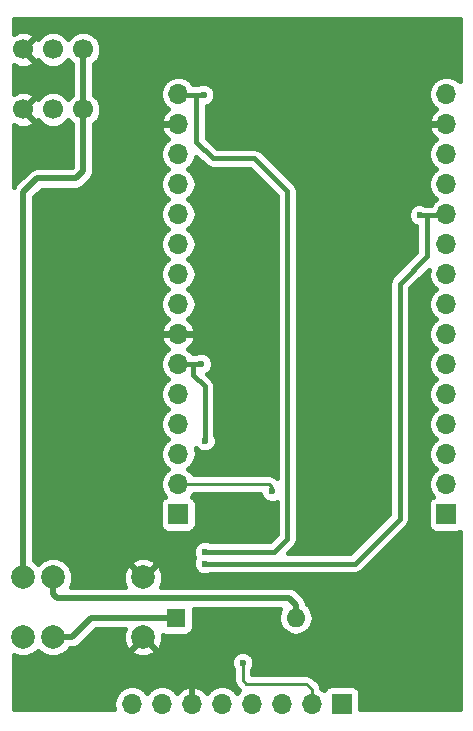
<source format=gbl>
G04 #@! TF.FileFunction,Copper,L2,Bot,Signal*
%FSLAX46Y46*%
G04 Gerber Fmt 4.6, Leading zero omitted, Abs format (unit mm)*
G04 Created by KiCad (PCBNEW 4.0.6) date 01/20/18 13:59:34*
%MOMM*%
%LPD*%
G01*
G04 APERTURE LIST*
%ADD10C,0.100000*%
%ADD11R,1.600000X1.600000*%
%ADD12O,1.600000X1.600000*%
%ADD13C,1.700000*%
%ADD14C,2.000000*%
%ADD15R,1.700000X1.700000*%
%ADD16O,1.700000X1.700000*%
%ADD17C,0.600000*%
%ADD18C,0.254000*%
%ADD19C,0.508000*%
%ADD20C,0.381000*%
G04 APERTURE END LIST*
D10*
D11*
X14490000Y-51450000D03*
D12*
X24650000Y-51450000D03*
D13*
X6650000Y-8400000D03*
X4110000Y-8400000D03*
X1570000Y-8400000D03*
X4110000Y-3320000D03*
X6650000Y-3320000D03*
X1570000Y-3320000D03*
D14*
X1570000Y-53090000D03*
X1570000Y-48010000D03*
X4110000Y-53090000D03*
X4110000Y-48010000D03*
X11730000Y-53090000D03*
X11730000Y-48010000D03*
D15*
X28541100Y-58703600D03*
D16*
X26001100Y-58703600D03*
X23461100Y-58703600D03*
X20921100Y-58703600D03*
X18381100Y-58703600D03*
X15841100Y-58703600D03*
X13301100Y-58703600D03*
X10761100Y-58703600D03*
X14700000Y-7110000D03*
X14700000Y-9650000D03*
X14700000Y-12190000D03*
X14700000Y-14730000D03*
X14700000Y-17270000D03*
X14700000Y-19810000D03*
X14700000Y-22350000D03*
X14700000Y-24890000D03*
X14700000Y-27430000D03*
X14700000Y-29970000D03*
X14700000Y-32510000D03*
X14700000Y-35050000D03*
X14700000Y-37590000D03*
X14700000Y-40130000D03*
D15*
X14700000Y-42670000D03*
X37400000Y-42670000D03*
D16*
X37400000Y-40130000D03*
X37400000Y-37590000D03*
X37400000Y-35050000D03*
X37400000Y-32510000D03*
X37400000Y-29970000D03*
X37400000Y-27430000D03*
X37400000Y-24890000D03*
X37400000Y-22350000D03*
X37400000Y-19810000D03*
X37400000Y-17270000D03*
X37400000Y-14730000D03*
X37400000Y-12190000D03*
X37400000Y-9650000D03*
X37400000Y-7110000D03*
D17*
X37800000Y-52200000D03*
X36200000Y-51900000D03*
X37950000Y-50300000D03*
X36800000Y-48300000D03*
X34500000Y-46850000D03*
X26750000Y-45050000D03*
X29600000Y-44750000D03*
X31550000Y-42850000D03*
X28000000Y-43100000D03*
X25100000Y-42850000D03*
X25150000Y-40850000D03*
X28050000Y-40950000D03*
X31900000Y-40850000D03*
X31900000Y-38350000D03*
X27950000Y-38350000D03*
X25400000Y-38250000D03*
X25300000Y-35700000D03*
X28000000Y-35600000D03*
X31800000Y-35700000D03*
X31800000Y-33300000D03*
X28200000Y-33300000D03*
X25550000Y-33200000D03*
X25400000Y-30350000D03*
X28050000Y-30400000D03*
X31400000Y-30400000D03*
X31300000Y-26950000D03*
X28000000Y-26800000D03*
X25550000Y-26800000D03*
X27900000Y-24600000D03*
X25550000Y-24500000D03*
X25600000Y-22950000D03*
X28550000Y-22700000D03*
X31550000Y-24250000D03*
X29750000Y-20500000D03*
X27850000Y-20500000D03*
X26050000Y-20650000D03*
X26150000Y-18500000D03*
X28650000Y-18150000D03*
X31550000Y-18000000D03*
X30500000Y-16100000D03*
X28100000Y-16250000D03*
X25950000Y-16150000D03*
X32550000Y-13500000D03*
X27900000Y-13800000D03*
X25850000Y-13850000D03*
X34850000Y-11850000D03*
X32450000Y-12000000D03*
X29250000Y-11900000D03*
X25950000Y-11750000D03*
X22850000Y-11700000D03*
X22950000Y-9650000D03*
X26150000Y-9500000D03*
X29900000Y-9350000D03*
X32950000Y-9350000D03*
X33050000Y-6800000D03*
X30550000Y-6850000D03*
X27250000Y-6750000D03*
X23700000Y-6750000D03*
X20400000Y-9900000D03*
X20650000Y-6750000D03*
X35150000Y-4550000D03*
X32000000Y-4600000D03*
X29050000Y-4600000D03*
X25600000Y-4600000D03*
X22000000Y-4600000D03*
X18300000Y-4600000D03*
X14950000Y-4500000D03*
X37650000Y-45300000D03*
X35000000Y-44350000D03*
X33250000Y-45400000D03*
X34950000Y-40600000D03*
X35050000Y-37500000D03*
X34950000Y-34700000D03*
X34950000Y-31200000D03*
X34950000Y-28600000D03*
X35000000Y-26300000D03*
X35050000Y-24050000D03*
X31550000Y-22400000D03*
X31550000Y-19750000D03*
X31550000Y-14800000D03*
X34600000Y-14500000D03*
X35000000Y-9550000D03*
X35000000Y-6350000D03*
X38000000Y-4300000D03*
X37950000Y-2500000D03*
X35150000Y-2500000D03*
X32000000Y-2500000D03*
X29100000Y-2500000D03*
X25650000Y-2500000D03*
X22050000Y-2500000D03*
X18400000Y-2450000D03*
X14950000Y-2450000D03*
X6800000Y-20450000D03*
X4700000Y-20400000D03*
X2700000Y-20450000D03*
X2800000Y-18400000D03*
X4400000Y-16750000D03*
X2900000Y-15750000D03*
X1600000Y-12850000D03*
X1700000Y-10500000D03*
X5350000Y-11850000D03*
X8650000Y-11700000D03*
X11700000Y-6700000D03*
X11800000Y-2450000D03*
X25100000Y-53300000D03*
X23200000Y-53450000D03*
X23200000Y-54700000D03*
X16700000Y-18300000D03*
X18900000Y-18350000D03*
X18950000Y-21100000D03*
X16750000Y-20950000D03*
X16750000Y-23750000D03*
X18500000Y-23750000D03*
X18550000Y-25850000D03*
X16750000Y-26050000D03*
X16700000Y-27500000D03*
X19000000Y-56500000D03*
X18500000Y-55050000D03*
X17150000Y-56650000D03*
X15300000Y-56650000D03*
X16350000Y-53300000D03*
X14500000Y-53700000D03*
X26200000Y-49650000D03*
X28000000Y-49650000D03*
X30850000Y-51000000D03*
X30850000Y-49850000D03*
X25150000Y-48850000D03*
X19300000Y-48350000D03*
X15900000Y-48400000D03*
X14400000Y-47650000D03*
X9300000Y-48600000D03*
X9000000Y-47350000D03*
X10500000Y-39400000D03*
X5500000Y-39400000D03*
X9350000Y-39400000D03*
X2950000Y-35000000D03*
X12750000Y-30900000D03*
X9450000Y-30900000D03*
X5400000Y-30850000D03*
X5150000Y-29500000D03*
X11950000Y-9400000D03*
X11900000Y-14400000D03*
X9300000Y-15700000D03*
X11850000Y-17450000D03*
X12300000Y-21400000D03*
X12200000Y-24750000D03*
X2850000Y-25050000D03*
X4500000Y-25250000D03*
X6400000Y-25250000D03*
X7950000Y-25250000D03*
X9800000Y-25200000D03*
X3500000Y-44950000D03*
X5150000Y-43850000D03*
X6200000Y-45300000D03*
X5050000Y-44600000D03*
X3550000Y-58600000D03*
X3550000Y-56750000D03*
X3550000Y-57750000D03*
X3550000Y-55850000D03*
X6950000Y-53750000D03*
X8150000Y-53650000D03*
X35150000Y-17350000D03*
X16950000Y-36450000D03*
X16950000Y-46850000D03*
X16950000Y-45850000D03*
X16650000Y-29950000D03*
X16850000Y-7150000D03*
X20150000Y-55250000D03*
X22650000Y-40750000D03*
D18*
X37950000Y-50300000D02*
X37800000Y-50300000D01*
X37800000Y-50300000D02*
X36200000Y-51900000D01*
X34500000Y-46850000D02*
X35950000Y-48300000D01*
X35950000Y-48300000D02*
X36800000Y-48300000D01*
X31550000Y-42850000D02*
X29650000Y-44750000D01*
X29650000Y-44750000D02*
X29600000Y-44750000D01*
X25100000Y-42850000D02*
X27750000Y-42850000D01*
X27750000Y-42850000D02*
X28000000Y-43100000D01*
X28050000Y-40950000D02*
X25250000Y-40950000D01*
X25250000Y-40950000D02*
X25150000Y-40850000D01*
X31900000Y-38350000D02*
X31900000Y-40850000D01*
X25400000Y-38250000D02*
X27850000Y-38250000D01*
X27850000Y-38250000D02*
X27950000Y-38350000D01*
X28000000Y-35600000D02*
X25400000Y-35600000D01*
X25400000Y-35600000D02*
X25300000Y-35700000D01*
X31800000Y-33300000D02*
X31800000Y-35700000D01*
X25550000Y-33200000D02*
X28100000Y-33200000D01*
X28100000Y-33200000D02*
X28200000Y-33300000D01*
X28050000Y-30400000D02*
X25450000Y-30400000D01*
X25450000Y-30400000D02*
X25400000Y-30350000D01*
X31300000Y-26950000D02*
X31300000Y-30300000D01*
X31300000Y-30300000D02*
X31400000Y-30400000D01*
X25550000Y-26800000D02*
X28000000Y-26800000D01*
X25550000Y-24500000D02*
X27800000Y-24500000D01*
X27800000Y-24500000D02*
X27900000Y-24600000D01*
X28550000Y-22700000D02*
X25850000Y-22700000D01*
X25850000Y-22700000D02*
X25600000Y-22950000D01*
X29750000Y-20500000D02*
X29750000Y-22450000D01*
X29750000Y-22450000D02*
X31550000Y-24250000D01*
X26050000Y-20650000D02*
X27700000Y-20650000D01*
X27700000Y-20650000D02*
X27850000Y-20500000D01*
X28650000Y-18150000D02*
X28300000Y-18500000D01*
X28300000Y-18500000D02*
X26150000Y-18500000D01*
X28100000Y-16250000D02*
X30350000Y-16250000D01*
X30350000Y-16250000D02*
X30500000Y-16100000D01*
X25850000Y-13850000D02*
X25850000Y-16050000D01*
X25850000Y-16050000D02*
X25950000Y-16150000D01*
X25850000Y-13850000D02*
X27850000Y-13850000D01*
X27850000Y-13850000D02*
X27900000Y-13800000D01*
X32450000Y-12000000D02*
X34700000Y-12000000D01*
X34700000Y-12000000D02*
X34850000Y-11850000D01*
X25950000Y-11750000D02*
X29100000Y-11750000D01*
X29100000Y-11750000D02*
X29250000Y-11900000D01*
X22950000Y-9650000D02*
X22950000Y-11600000D01*
X22950000Y-11600000D02*
X22850000Y-11700000D01*
X29900000Y-9350000D02*
X26300000Y-9350000D01*
X26300000Y-9350000D02*
X26150000Y-9500000D01*
X33050000Y-6800000D02*
X33050000Y-9250000D01*
X33050000Y-9250000D02*
X32950000Y-9350000D01*
X27250000Y-6750000D02*
X30450000Y-6750000D01*
X30450000Y-6750000D02*
X30550000Y-6850000D01*
X20650000Y-6750000D02*
X23700000Y-6750000D01*
X22000000Y-4600000D02*
X22000000Y-5400000D01*
X22000000Y-5400000D02*
X20650000Y-6750000D01*
X29050000Y-4600000D02*
X32000000Y-4600000D01*
X22000000Y-4600000D02*
X25600000Y-4600000D01*
X14950000Y-4500000D02*
X18200000Y-4500000D01*
X18200000Y-4500000D02*
X18300000Y-4600000D01*
X35000000Y-44350000D02*
X36700000Y-44350000D01*
X36700000Y-44350000D02*
X37650000Y-45300000D01*
X34950000Y-44000000D02*
X33550000Y-45400000D01*
X33550000Y-45400000D02*
X33250000Y-45400000D01*
X34950000Y-40600000D02*
X34950000Y-44000000D01*
X34950000Y-34700000D02*
X34950000Y-37400000D01*
X34950000Y-37400000D02*
X35050000Y-37500000D01*
X34950000Y-28600000D02*
X34950000Y-31200000D01*
X35050000Y-24050000D02*
X35050000Y-26250000D01*
X35050000Y-26250000D02*
X35000000Y-26300000D01*
X31550000Y-19750000D02*
X31550000Y-22400000D01*
X34600000Y-14500000D02*
X34300000Y-14800000D01*
X34300000Y-14800000D02*
X31550000Y-14800000D01*
X35000000Y-6350000D02*
X35000000Y-9550000D01*
X38000000Y-2974264D02*
X38000000Y-4300000D01*
X37950000Y-2500000D02*
X37950000Y-2924264D01*
X37950000Y-2924264D02*
X38000000Y-2974264D01*
X32000000Y-2500000D02*
X35150000Y-2500000D01*
X25650000Y-2500000D02*
X29100000Y-2500000D01*
X18400000Y-2450000D02*
X22000000Y-2450000D01*
X22000000Y-2450000D02*
X22050000Y-2500000D01*
X11800000Y-2450000D02*
X14950000Y-2450000D01*
X4700000Y-20400000D02*
X6750000Y-20400000D01*
X6750000Y-20400000D02*
X6800000Y-20450000D01*
X2800000Y-18400000D02*
X2800000Y-20350000D01*
X2800000Y-20350000D02*
X2700000Y-20450000D01*
X3749999Y-16049999D02*
X4400000Y-16700000D01*
X4400000Y-16700000D02*
X4400000Y-16750000D01*
X2900000Y-15750000D02*
X3199999Y-16049999D01*
X3199999Y-16049999D02*
X3749999Y-16049999D01*
X5350000Y-11850000D02*
X4000000Y-10500000D01*
X4000000Y-10500000D02*
X1700000Y-10500000D01*
X11800000Y-2450000D02*
X11800000Y-6600000D01*
X11800000Y-6600000D02*
X11700000Y-6700000D01*
D19*
X4110000Y-53090000D02*
X5710000Y-53090000D01*
X5710000Y-53090000D02*
X7350000Y-51450000D01*
X7350000Y-51450000D02*
X14490000Y-51450000D01*
D18*
X23200000Y-53450000D02*
X24950000Y-53450000D01*
X24950000Y-53450000D02*
X25100000Y-53300000D01*
X18950000Y-21100000D02*
X18950000Y-18400000D01*
X18950000Y-18400000D02*
X18900000Y-18350000D01*
X16750000Y-23750000D02*
X16750000Y-20950000D01*
X18550000Y-25850000D02*
X18550000Y-23800000D01*
X18550000Y-23800000D02*
X18500000Y-23750000D01*
X15900000Y-48400000D02*
X15900000Y-45950000D01*
X16700000Y-27500000D02*
X16700000Y-26100000D01*
X16700000Y-26100000D02*
X16750000Y-26050000D01*
X17150000Y-56650000D02*
X17150000Y-56400000D01*
X17150000Y-56400000D02*
X18500000Y-55050000D01*
X15841100Y-58703600D02*
X15841100Y-57191100D01*
X15841100Y-57191100D02*
X15300000Y-56650000D01*
X13239999Y-54089999D02*
X13629998Y-53700000D01*
X13629998Y-53700000D02*
X14500000Y-53700000D01*
X11730000Y-53090000D02*
X12729999Y-54089999D01*
X12729999Y-54089999D02*
X13239999Y-54089999D01*
X28000000Y-49650000D02*
X26200000Y-49650000D01*
X30850000Y-49850000D02*
X30850000Y-51000000D01*
X19300000Y-48350000D02*
X24650000Y-48350000D01*
X24650000Y-48350000D02*
X25150000Y-48850000D01*
X15900000Y-48400000D02*
X19250000Y-48400000D01*
X19250000Y-48400000D02*
X19300000Y-48350000D01*
X13500000Y-46750000D02*
X14400000Y-47650000D01*
X13000000Y-46750000D02*
X13500000Y-46750000D01*
X12739999Y-47010001D02*
X13000000Y-46750000D01*
X11730000Y-48010000D02*
X12729999Y-47010001D01*
X12729999Y-47010001D02*
X12739999Y-47010001D01*
X10800000Y-47050000D02*
X9300000Y-47050000D01*
X9300000Y-47050000D02*
X9000000Y-47350000D01*
X11730000Y-47980000D02*
X10800000Y-47050000D01*
X11730000Y-48010000D02*
X11730000Y-47980000D01*
X9350000Y-39400000D02*
X5500000Y-39400000D01*
X9450000Y-30900000D02*
X12750000Y-30900000D01*
X5150000Y-29500000D02*
X5150000Y-30600000D01*
X5150000Y-30600000D02*
X5400000Y-30850000D01*
X9300000Y-15700000D02*
X10600000Y-14400000D01*
X10600000Y-14400000D02*
X11900000Y-14400000D01*
X12300000Y-21400000D02*
X11850000Y-20950000D01*
X11850000Y-20950000D02*
X11850000Y-17450000D01*
X9800000Y-25200000D02*
X11750000Y-25200000D01*
X11750000Y-25200000D02*
X12200000Y-24750000D01*
X6400000Y-25250000D02*
X4500000Y-25250000D01*
X9800000Y-25200000D02*
X8000000Y-25200000D01*
X8000000Y-25200000D02*
X7950000Y-25250000D01*
X3500000Y-45092000D02*
X4558000Y-45092000D01*
X4558000Y-45092000D02*
X5050000Y-44600000D01*
X5050000Y-44600000D02*
X5050000Y-43950000D01*
X5050000Y-43950000D02*
X5150000Y-43850000D01*
X3550000Y-56750000D02*
X3550000Y-57750000D01*
X3550000Y-55850000D02*
X3550000Y-56750000D01*
D19*
X8150000Y-53650000D02*
X7050000Y-53650000D01*
X7050000Y-53650000D02*
X6950000Y-53750000D01*
D20*
X35150000Y-17350000D02*
X35750000Y-17350000D01*
X35750000Y-17350000D02*
X35850000Y-17350000D01*
X33450000Y-23150000D02*
X35750000Y-20850000D01*
X35750000Y-20850000D02*
X35750000Y-17350000D01*
X33450000Y-43050000D02*
X33450000Y-23150000D01*
X29650000Y-46850000D02*
X33450000Y-43050000D01*
X16950000Y-46850000D02*
X29650000Y-46850000D01*
X35850000Y-17350000D02*
X37320000Y-17350000D01*
X37320000Y-17350000D02*
X37400000Y-17270000D01*
X16850000Y-7150000D02*
X16250000Y-7150000D01*
X22850000Y-45850000D02*
X23950000Y-44750000D01*
X16250000Y-7150000D02*
X14740000Y-7150000D01*
X16950000Y-45850000D02*
X22850000Y-45850000D01*
X23950000Y-44750000D02*
X23950000Y-15350000D01*
X23950000Y-15350000D02*
X21150000Y-12550000D01*
X21150000Y-12550000D02*
X17650000Y-12550000D01*
X17650000Y-12550000D02*
X16250000Y-11150000D01*
X16250000Y-11150000D02*
X16250000Y-7150000D01*
X16650000Y-29950000D02*
X15950000Y-29950000D01*
X15950000Y-29950000D02*
X14720000Y-29950000D01*
X16950000Y-36450000D02*
X16950000Y-31850000D01*
X16950000Y-31850000D02*
X15950000Y-30850000D01*
X15950000Y-30850000D02*
X15950000Y-29950000D01*
X14720000Y-29950000D02*
X14700000Y-29970000D01*
X37380000Y-17250000D02*
X37400000Y-17270000D01*
X14740000Y-7150000D02*
X14700000Y-7110000D01*
D19*
X24650000Y-51450000D02*
X24650000Y-50318630D01*
X24650000Y-50318630D02*
X24081370Y-49750000D01*
X24081370Y-49750000D02*
X4435787Y-49750000D01*
X4110000Y-48010000D02*
X4110000Y-49424213D01*
X4110000Y-49424213D02*
X4435787Y-49750000D01*
X6650000Y-8400000D02*
X6650000Y-3320000D01*
X6050000Y-14250000D02*
X6650000Y-13650000D01*
X6650000Y-13650000D02*
X6650000Y-8400000D01*
X2750000Y-14250000D02*
X6050000Y-14250000D01*
X1570000Y-15430000D02*
X2750000Y-14250000D01*
X1570000Y-48010000D02*
X1570000Y-15430000D01*
D18*
X20450000Y-57050000D02*
X20150000Y-56750000D01*
X20150000Y-56750000D02*
X20150000Y-55250000D01*
X25549581Y-57050000D02*
X20450000Y-57050000D01*
X26001100Y-58703600D02*
X26001100Y-57501519D01*
X26001100Y-57501519D02*
X25549581Y-57050000D01*
X22650000Y-40350000D02*
X22650000Y-40750000D01*
X22430000Y-40130000D02*
X22650000Y-40350000D01*
X16730000Y-40130000D02*
X22430000Y-40130000D01*
X15902081Y-40130000D02*
X16730000Y-40130000D01*
X14700000Y-40130000D02*
X15902081Y-40130000D01*
D20*
G36*
X38526500Y-6016853D02*
X38525292Y-6015045D01*
X38022922Y-5679373D01*
X37430337Y-5561500D01*
X37369663Y-5561500D01*
X36777078Y-5679373D01*
X36274708Y-6015045D01*
X35939036Y-6517415D01*
X35821163Y-7110000D01*
X35939036Y-7702585D01*
X36274708Y-8204955D01*
X36527553Y-8373900D01*
X36110962Y-8791950D01*
X35881785Y-9345247D01*
X36027593Y-9586500D01*
X37336500Y-9586500D01*
X37336500Y-9566500D01*
X37463500Y-9566500D01*
X37463500Y-9586500D01*
X37483500Y-9586500D01*
X37483500Y-9713500D01*
X37463500Y-9713500D01*
X37463500Y-9733500D01*
X37336500Y-9733500D01*
X37336500Y-9713500D01*
X36027593Y-9713500D01*
X35881785Y-9954753D01*
X36110962Y-10508050D01*
X36527553Y-10926100D01*
X36274708Y-11095045D01*
X35939036Y-11597415D01*
X35821163Y-12190000D01*
X35939036Y-12782585D01*
X36274708Y-13284955D01*
X36536682Y-13460000D01*
X36274708Y-13635045D01*
X35939036Y-14137415D01*
X35821163Y-14730000D01*
X35939036Y-15322585D01*
X36274708Y-15824955D01*
X36536682Y-16000000D01*
X36274708Y-16175045D01*
X36083639Y-16461000D01*
X35612773Y-16461000D01*
X35349485Y-16351673D01*
X34952257Y-16351327D01*
X34585134Y-16503019D01*
X34304006Y-16783657D01*
X34151673Y-17150515D01*
X34151327Y-17547743D01*
X34303019Y-17914866D01*
X34583657Y-18195994D01*
X34861000Y-18311157D01*
X34861000Y-20481764D01*
X32821382Y-22521382D01*
X32628671Y-22809794D01*
X32561000Y-23150000D01*
X32561000Y-42681764D01*
X29281764Y-45961000D01*
X23996236Y-45961000D01*
X24578618Y-45378618D01*
X24683680Y-45221382D01*
X24771329Y-45090206D01*
X24839000Y-44750000D01*
X24839000Y-15350000D01*
X24771329Y-15009794D01*
X24578618Y-14721382D01*
X21778618Y-11921382D01*
X21490206Y-11728671D01*
X21150000Y-11661000D01*
X18018236Y-11661000D01*
X17139000Y-10781764D01*
X17139000Y-8110966D01*
X17414866Y-7996981D01*
X17695994Y-7716343D01*
X17848327Y-7349485D01*
X17848673Y-6952257D01*
X17696981Y-6585134D01*
X17416343Y-6304006D01*
X17049485Y-6151673D01*
X16652257Y-6151327D01*
X16386828Y-6261000D01*
X15989633Y-6261000D01*
X15825292Y-6015045D01*
X15322922Y-5679373D01*
X14730337Y-5561500D01*
X14669663Y-5561500D01*
X14077078Y-5679373D01*
X13574708Y-6015045D01*
X13239036Y-6517415D01*
X13121163Y-7110000D01*
X13239036Y-7702585D01*
X13574708Y-8204955D01*
X13827553Y-8373900D01*
X13410962Y-8791950D01*
X13181785Y-9345247D01*
X13327593Y-9586500D01*
X14636500Y-9586500D01*
X14636500Y-9566500D01*
X14763500Y-9566500D01*
X14763500Y-9586500D01*
X14783500Y-9586500D01*
X14783500Y-9713500D01*
X14763500Y-9713500D01*
X14763500Y-9733500D01*
X14636500Y-9733500D01*
X14636500Y-9713500D01*
X13327593Y-9713500D01*
X13181785Y-9954753D01*
X13410962Y-10508050D01*
X13827553Y-10926100D01*
X13574708Y-11095045D01*
X13239036Y-11597415D01*
X13121163Y-12190000D01*
X13239036Y-12782585D01*
X13574708Y-13284955D01*
X13836682Y-13460000D01*
X13574708Y-13635045D01*
X13239036Y-14137415D01*
X13121163Y-14730000D01*
X13239036Y-15322585D01*
X13574708Y-15824955D01*
X13836682Y-16000000D01*
X13574708Y-16175045D01*
X13239036Y-16677415D01*
X13121163Y-17270000D01*
X13239036Y-17862585D01*
X13574708Y-18364955D01*
X13836682Y-18540000D01*
X13574708Y-18715045D01*
X13239036Y-19217415D01*
X13121163Y-19810000D01*
X13239036Y-20402585D01*
X13574708Y-20904955D01*
X13836682Y-21080000D01*
X13574708Y-21255045D01*
X13239036Y-21757415D01*
X13121163Y-22350000D01*
X13239036Y-22942585D01*
X13574708Y-23444955D01*
X13836682Y-23620000D01*
X13574708Y-23795045D01*
X13239036Y-24297415D01*
X13121163Y-24890000D01*
X13239036Y-25482585D01*
X13574708Y-25984955D01*
X13827553Y-26153900D01*
X13410962Y-26571950D01*
X13181785Y-27125247D01*
X13327593Y-27366500D01*
X14636500Y-27366500D01*
X14636500Y-27346500D01*
X14763500Y-27346500D01*
X14763500Y-27366500D01*
X16072407Y-27366500D01*
X16218215Y-27125247D01*
X15989038Y-26571950D01*
X15572447Y-26153900D01*
X15825292Y-25984955D01*
X16160964Y-25482585D01*
X16278837Y-24890000D01*
X16160964Y-24297415D01*
X15825292Y-23795045D01*
X15563318Y-23620000D01*
X15825292Y-23444955D01*
X16160964Y-22942585D01*
X16278837Y-22350000D01*
X16160964Y-21757415D01*
X15825292Y-21255045D01*
X15563318Y-21080000D01*
X15825292Y-20904955D01*
X16160964Y-20402585D01*
X16278837Y-19810000D01*
X16160964Y-19217415D01*
X15825292Y-18715045D01*
X15563318Y-18540000D01*
X15825292Y-18364955D01*
X16160964Y-17862585D01*
X16278837Y-17270000D01*
X16160964Y-16677415D01*
X15825292Y-16175045D01*
X15563318Y-16000000D01*
X15825292Y-15824955D01*
X16160964Y-15322585D01*
X16278837Y-14730000D01*
X16160964Y-14137415D01*
X15825292Y-13635045D01*
X15563318Y-13460000D01*
X15825292Y-13284955D01*
X16160964Y-12782585D01*
X16238011Y-12395247D01*
X17021382Y-13178618D01*
X17309794Y-13371329D01*
X17650000Y-13439000D01*
X20781764Y-13439000D01*
X23061000Y-15718236D01*
X23061000Y-39593566D01*
X23013717Y-39546283D01*
X22745906Y-39367337D01*
X22430000Y-39304500D01*
X16005336Y-39304500D01*
X15825292Y-39035045D01*
X15563318Y-38860000D01*
X15825292Y-38684955D01*
X16160964Y-38182585D01*
X16278837Y-37590000D01*
X16179718Y-37091699D01*
X16383657Y-37295994D01*
X16750515Y-37448327D01*
X17147743Y-37448673D01*
X17514866Y-37296981D01*
X17795994Y-37016343D01*
X17948327Y-36649485D01*
X17948673Y-36252257D01*
X17839000Y-35986828D01*
X17839000Y-31850000D01*
X17816921Y-31739000D01*
X17771330Y-31509795D01*
X17578618Y-31221382D01*
X17171950Y-30814714D01*
X17214866Y-30796981D01*
X17495994Y-30516343D01*
X17648327Y-30149485D01*
X17648673Y-29752257D01*
X17496981Y-29385134D01*
X17216343Y-29104006D01*
X16849485Y-28951673D01*
X16452257Y-28951327D01*
X16186828Y-29061000D01*
X15949543Y-29061000D01*
X15825292Y-28875045D01*
X15572447Y-28706100D01*
X15989038Y-28288050D01*
X16218215Y-27734753D01*
X16072407Y-27493500D01*
X14763500Y-27493500D01*
X14763500Y-27513500D01*
X14636500Y-27513500D01*
X14636500Y-27493500D01*
X13327593Y-27493500D01*
X13181785Y-27734753D01*
X13410962Y-28288050D01*
X13827553Y-28706100D01*
X13574708Y-28875045D01*
X13239036Y-29377415D01*
X13121163Y-29970000D01*
X13239036Y-30562585D01*
X13574708Y-31064955D01*
X13836682Y-31240000D01*
X13574708Y-31415045D01*
X13239036Y-31917415D01*
X13121163Y-32510000D01*
X13239036Y-33102585D01*
X13574708Y-33604955D01*
X13836682Y-33780000D01*
X13574708Y-33955045D01*
X13239036Y-34457415D01*
X13121163Y-35050000D01*
X13239036Y-35642585D01*
X13574708Y-36144955D01*
X13836682Y-36320000D01*
X13574708Y-36495045D01*
X13239036Y-36997415D01*
X13121163Y-37590000D01*
X13239036Y-38182585D01*
X13574708Y-38684955D01*
X13836682Y-38860000D01*
X13574708Y-39035045D01*
X13239036Y-39537415D01*
X13121163Y-40130000D01*
X13239036Y-40722585D01*
X13547675Y-41184498D01*
X13353415Y-41309501D01*
X13193926Y-41542921D01*
X13137816Y-41820000D01*
X13137816Y-43520000D01*
X13186522Y-43778849D01*
X13339501Y-44016585D01*
X13572921Y-44176074D01*
X13850000Y-44232184D01*
X15550000Y-44232184D01*
X15808849Y-44183478D01*
X16046585Y-44030499D01*
X16206074Y-43797079D01*
X16262184Y-43520000D01*
X16262184Y-41820000D01*
X16213478Y-41561151D01*
X16060499Y-41323415D01*
X15853849Y-41182217D01*
X16005336Y-40955500D01*
X21654532Y-40955500D01*
X21803019Y-41314866D01*
X22083657Y-41595994D01*
X22450515Y-41748327D01*
X22847743Y-41748673D01*
X23061000Y-41660557D01*
X23061000Y-44381764D01*
X22481764Y-44961000D01*
X17412773Y-44961000D01*
X17149485Y-44851673D01*
X16752257Y-44851327D01*
X16385134Y-45003019D01*
X16104006Y-45283657D01*
X15951673Y-45650515D01*
X15951327Y-46047743D01*
X16076337Y-46350291D01*
X15951673Y-46650515D01*
X15951327Y-47047743D01*
X16103019Y-47414866D01*
X16383657Y-47695994D01*
X16750515Y-47848327D01*
X17147743Y-47848673D01*
X17413172Y-47739000D01*
X29650000Y-47739000D01*
X29990206Y-47671329D01*
X30278618Y-47478618D01*
X34078618Y-43678618D01*
X34271330Y-43390205D01*
X34339000Y-43050000D01*
X34339000Y-23518236D01*
X35899112Y-21958124D01*
X35821163Y-22350000D01*
X35939036Y-22942585D01*
X36274708Y-23444955D01*
X36536682Y-23620000D01*
X36274708Y-23795045D01*
X35939036Y-24297415D01*
X35821163Y-24890000D01*
X35939036Y-25482585D01*
X36274708Y-25984955D01*
X36536682Y-26160000D01*
X36274708Y-26335045D01*
X35939036Y-26837415D01*
X35821163Y-27430000D01*
X35939036Y-28022585D01*
X36274708Y-28524955D01*
X36536682Y-28700000D01*
X36274708Y-28875045D01*
X35939036Y-29377415D01*
X35821163Y-29970000D01*
X35939036Y-30562585D01*
X36274708Y-31064955D01*
X36536682Y-31240000D01*
X36274708Y-31415045D01*
X35939036Y-31917415D01*
X35821163Y-32510000D01*
X35939036Y-33102585D01*
X36274708Y-33604955D01*
X36536682Y-33780000D01*
X36274708Y-33955045D01*
X35939036Y-34457415D01*
X35821163Y-35050000D01*
X35939036Y-35642585D01*
X36274708Y-36144955D01*
X36536682Y-36320000D01*
X36274708Y-36495045D01*
X35939036Y-36997415D01*
X35821163Y-37590000D01*
X35939036Y-38182585D01*
X36274708Y-38684955D01*
X36536682Y-38860000D01*
X36274708Y-39035045D01*
X35939036Y-39537415D01*
X35821163Y-40130000D01*
X35939036Y-40722585D01*
X36247675Y-41184498D01*
X36053415Y-41309501D01*
X35893926Y-41542921D01*
X35837816Y-41820000D01*
X35837816Y-43520000D01*
X35886522Y-43778849D01*
X36039501Y-44016585D01*
X36272921Y-44176074D01*
X36550000Y-44232184D01*
X38250000Y-44232184D01*
X38508849Y-44183478D01*
X38526500Y-44172120D01*
X38526500Y-59126500D01*
X30103284Y-59126500D01*
X30103284Y-57853600D01*
X30054578Y-57594751D01*
X29901599Y-57357015D01*
X29668179Y-57197526D01*
X29391100Y-57141416D01*
X27691100Y-57141416D01*
X27432251Y-57190122D01*
X27194515Y-57343101D01*
X27053317Y-57549751D01*
X26802913Y-57382438D01*
X26775105Y-57242636D01*
X26763763Y-57185613D01*
X26673149Y-57050000D01*
X26584817Y-56917802D01*
X26584814Y-56917800D01*
X26133298Y-56466283D01*
X25865487Y-56287337D01*
X25549581Y-56224500D01*
X20975500Y-56224500D01*
X20975500Y-55836801D01*
X20995994Y-55816343D01*
X21148327Y-55449485D01*
X21148673Y-55052257D01*
X20996981Y-54685134D01*
X20716343Y-54404006D01*
X20349485Y-54251673D01*
X19952257Y-54251327D01*
X19585134Y-54403019D01*
X19304006Y-54683657D01*
X19151673Y-55050515D01*
X19151327Y-55447743D01*
X19303019Y-55814866D01*
X19324500Y-55836385D01*
X19324500Y-56750000D01*
X19387337Y-57065906D01*
X19566283Y-57333717D01*
X19820028Y-57587462D01*
X19651100Y-57840282D01*
X19476055Y-57578308D01*
X18973685Y-57242636D01*
X18381100Y-57124763D01*
X17788515Y-57242636D01*
X17286145Y-57578308D01*
X17117200Y-57831153D01*
X16699150Y-57414562D01*
X16145853Y-57185385D01*
X15904600Y-57331193D01*
X15904600Y-58640100D01*
X15924600Y-58640100D01*
X15924600Y-58767100D01*
X15904600Y-58767100D01*
X15904600Y-58787100D01*
X15777600Y-58787100D01*
X15777600Y-58767100D01*
X15757600Y-58767100D01*
X15757600Y-58640100D01*
X15777600Y-58640100D01*
X15777600Y-57331193D01*
X15536347Y-57185385D01*
X14983050Y-57414562D01*
X14565000Y-57831153D01*
X14396055Y-57578308D01*
X13893685Y-57242636D01*
X13301100Y-57124763D01*
X12708515Y-57242636D01*
X12206145Y-57578308D01*
X12031100Y-57840282D01*
X11856055Y-57578308D01*
X11353685Y-57242636D01*
X10761100Y-57124763D01*
X10168515Y-57242636D01*
X9666145Y-57578308D01*
X9330473Y-58080678D01*
X9212600Y-58673263D01*
X9212600Y-58733937D01*
X9290686Y-59126500D01*
X773500Y-59126500D01*
X773500Y-54598373D01*
X1230665Y-54788205D01*
X1906370Y-54788795D01*
X2530866Y-54530758D01*
X2840120Y-54222043D01*
X3146621Y-54529079D01*
X3770665Y-54788205D01*
X4446370Y-54788795D01*
X5070866Y-54530758D01*
X5367082Y-54235058D01*
X10674745Y-54235058D01*
X10764144Y-54527418D01*
X11387742Y-54787618D01*
X12063445Y-54789371D01*
X12688384Y-54532410D01*
X12695856Y-54527418D01*
X12785255Y-54235058D01*
X11730000Y-53179803D01*
X10674745Y-54235058D01*
X5367082Y-54235058D01*
X5549079Y-54053379D01*
X5553596Y-54042500D01*
X5710000Y-54042500D01*
X6074506Y-53969995D01*
X6383519Y-53763519D01*
X7744538Y-52402500D01*
X10176436Y-52402500D01*
X10032382Y-52747742D01*
X10030629Y-53423445D01*
X10287590Y-54048384D01*
X10292582Y-54055856D01*
X10584942Y-54145255D01*
X11640197Y-53090000D01*
X11626055Y-53075858D01*
X11715858Y-52986055D01*
X11730000Y-53000197D01*
X11744142Y-52986055D01*
X11833945Y-53075858D01*
X11819803Y-53090000D01*
X12875058Y-54145255D01*
X13167418Y-54055856D01*
X13427618Y-53432258D01*
X13428975Y-52909325D01*
X13690000Y-52962184D01*
X15290000Y-52962184D01*
X15548849Y-52913478D01*
X15786585Y-52760499D01*
X15946074Y-52527079D01*
X16002184Y-52250000D01*
X16002184Y-50702500D01*
X23352505Y-50702500D01*
X23236210Y-50876549D01*
X23122143Y-51450000D01*
X23236210Y-52023451D01*
X23561043Y-52509600D01*
X24047192Y-52834433D01*
X24620643Y-52948500D01*
X24679357Y-52948500D01*
X25252808Y-52834433D01*
X25738957Y-52509600D01*
X26063790Y-52023451D01*
X26177857Y-51450000D01*
X26063790Y-50876549D01*
X25738957Y-50390400D01*
X25598048Y-50296248D01*
X25529995Y-49954124D01*
X25323519Y-49645111D01*
X24754889Y-49076481D01*
X24445876Y-48870005D01*
X24081370Y-48797500D01*
X13241838Y-48797500D01*
X13427618Y-48352258D01*
X13429371Y-47676555D01*
X13172410Y-47051616D01*
X13167418Y-47044144D01*
X12875058Y-46954745D01*
X11819803Y-48010000D01*
X11833945Y-48024142D01*
X11744142Y-48113945D01*
X11730000Y-48099803D01*
X11715858Y-48113945D01*
X11626055Y-48024142D01*
X11640197Y-48010000D01*
X10584942Y-46954745D01*
X10292582Y-47044144D01*
X10032382Y-47667742D01*
X10030629Y-48343445D01*
X10217326Y-48797500D01*
X5622110Y-48797500D01*
X5808205Y-48349335D01*
X5808795Y-47673630D01*
X5550758Y-47049134D01*
X5366888Y-46864942D01*
X10674745Y-46864942D01*
X11730000Y-47920197D01*
X12785255Y-46864942D01*
X12695856Y-46572582D01*
X12072258Y-46312382D01*
X11396555Y-46310629D01*
X10771616Y-46567590D01*
X10764144Y-46572582D01*
X10674745Y-46864942D01*
X5366888Y-46864942D01*
X5073379Y-46570921D01*
X4449335Y-46311795D01*
X3773630Y-46311205D01*
X3149134Y-46569242D01*
X2839880Y-46877957D01*
X2533379Y-46570921D01*
X2522500Y-46566404D01*
X2522500Y-15824538D01*
X3144538Y-15202500D01*
X6050000Y-15202500D01*
X6414506Y-15129995D01*
X6723519Y-14923519D01*
X7323519Y-14323519D01*
X7529995Y-14014506D01*
X7602500Y-13650000D01*
X7602500Y-9637162D01*
X7961989Y-9278300D01*
X8198231Y-8709367D01*
X8198768Y-8093336D01*
X7963520Y-7523991D01*
X7602500Y-7162341D01*
X7602500Y-4557162D01*
X7961989Y-4198300D01*
X8198231Y-3629367D01*
X8198768Y-3013336D01*
X7963520Y-2443991D01*
X7528300Y-2008011D01*
X6959367Y-1771769D01*
X6343336Y-1771232D01*
X5773991Y-2006480D01*
X5379695Y-2400089D01*
X4988300Y-2008011D01*
X4419367Y-1771769D01*
X3803336Y-1771232D01*
X3233991Y-2006480D01*
X2813614Y-2426125D01*
X2606813Y-2372990D01*
X1659803Y-3320000D01*
X2606813Y-4267010D01*
X2814172Y-4213732D01*
X3231700Y-4631989D01*
X3800633Y-4868231D01*
X4416664Y-4868768D01*
X4986009Y-4633520D01*
X5380305Y-4239911D01*
X5697500Y-4557659D01*
X5697500Y-7162838D01*
X5379695Y-7480089D01*
X4988300Y-7088011D01*
X4419367Y-6851769D01*
X3803336Y-6851232D01*
X3233991Y-7086480D01*
X2813614Y-7506125D01*
X2606813Y-7452990D01*
X1659803Y-8400000D01*
X2606813Y-9347010D01*
X2814172Y-9293732D01*
X3231700Y-9711989D01*
X3800633Y-9948231D01*
X4416664Y-9948768D01*
X4986009Y-9713520D01*
X5380305Y-9319911D01*
X5697500Y-9637659D01*
X5697500Y-13255462D01*
X5655462Y-13297500D01*
X2750000Y-13297500D01*
X2385494Y-13370005D01*
X2076481Y-13576481D01*
X896481Y-14756481D01*
X773500Y-14940535D01*
X773500Y-9746394D01*
X1263472Y-9948796D01*
X1879504Y-9948204D01*
X2445894Y-9713597D01*
X2517010Y-9436813D01*
X1570000Y-8489803D01*
X1555858Y-8503945D01*
X1466055Y-8414142D01*
X1480197Y-8400000D01*
X1466055Y-8385858D01*
X1555858Y-8296055D01*
X1570000Y-8310197D01*
X2517010Y-7363187D01*
X2445894Y-7086403D01*
X1876528Y-6851204D01*
X1260496Y-6851796D01*
X773500Y-7053517D01*
X773500Y-4666394D01*
X1263472Y-4868796D01*
X1879504Y-4868204D01*
X2445894Y-4633597D01*
X2517010Y-4356813D01*
X1570000Y-3409803D01*
X1555858Y-3423945D01*
X1466055Y-3334142D01*
X1480197Y-3320000D01*
X1466055Y-3305858D01*
X1555858Y-3216055D01*
X1570000Y-3230197D01*
X2517010Y-2283187D01*
X2445894Y-2006403D01*
X1876528Y-1771204D01*
X1260496Y-1771796D01*
X773500Y-1973517D01*
X773500Y-773500D01*
X38526500Y-773500D01*
X38526500Y-6016853D01*
X38526500Y-6016853D01*
G37*
X38526500Y-6016853D02*
X38525292Y-6015045D01*
X38022922Y-5679373D01*
X37430337Y-5561500D01*
X37369663Y-5561500D01*
X36777078Y-5679373D01*
X36274708Y-6015045D01*
X35939036Y-6517415D01*
X35821163Y-7110000D01*
X35939036Y-7702585D01*
X36274708Y-8204955D01*
X36527553Y-8373900D01*
X36110962Y-8791950D01*
X35881785Y-9345247D01*
X36027593Y-9586500D01*
X37336500Y-9586500D01*
X37336500Y-9566500D01*
X37463500Y-9566500D01*
X37463500Y-9586500D01*
X37483500Y-9586500D01*
X37483500Y-9713500D01*
X37463500Y-9713500D01*
X37463500Y-9733500D01*
X37336500Y-9733500D01*
X37336500Y-9713500D01*
X36027593Y-9713500D01*
X35881785Y-9954753D01*
X36110962Y-10508050D01*
X36527553Y-10926100D01*
X36274708Y-11095045D01*
X35939036Y-11597415D01*
X35821163Y-12190000D01*
X35939036Y-12782585D01*
X36274708Y-13284955D01*
X36536682Y-13460000D01*
X36274708Y-13635045D01*
X35939036Y-14137415D01*
X35821163Y-14730000D01*
X35939036Y-15322585D01*
X36274708Y-15824955D01*
X36536682Y-16000000D01*
X36274708Y-16175045D01*
X36083639Y-16461000D01*
X35612773Y-16461000D01*
X35349485Y-16351673D01*
X34952257Y-16351327D01*
X34585134Y-16503019D01*
X34304006Y-16783657D01*
X34151673Y-17150515D01*
X34151327Y-17547743D01*
X34303019Y-17914866D01*
X34583657Y-18195994D01*
X34861000Y-18311157D01*
X34861000Y-20481764D01*
X32821382Y-22521382D01*
X32628671Y-22809794D01*
X32561000Y-23150000D01*
X32561000Y-42681764D01*
X29281764Y-45961000D01*
X23996236Y-45961000D01*
X24578618Y-45378618D01*
X24683680Y-45221382D01*
X24771329Y-45090206D01*
X24839000Y-44750000D01*
X24839000Y-15350000D01*
X24771329Y-15009794D01*
X24578618Y-14721382D01*
X21778618Y-11921382D01*
X21490206Y-11728671D01*
X21150000Y-11661000D01*
X18018236Y-11661000D01*
X17139000Y-10781764D01*
X17139000Y-8110966D01*
X17414866Y-7996981D01*
X17695994Y-7716343D01*
X17848327Y-7349485D01*
X17848673Y-6952257D01*
X17696981Y-6585134D01*
X17416343Y-6304006D01*
X17049485Y-6151673D01*
X16652257Y-6151327D01*
X16386828Y-6261000D01*
X15989633Y-6261000D01*
X15825292Y-6015045D01*
X15322922Y-5679373D01*
X14730337Y-5561500D01*
X14669663Y-5561500D01*
X14077078Y-5679373D01*
X13574708Y-6015045D01*
X13239036Y-6517415D01*
X13121163Y-7110000D01*
X13239036Y-7702585D01*
X13574708Y-8204955D01*
X13827553Y-8373900D01*
X13410962Y-8791950D01*
X13181785Y-9345247D01*
X13327593Y-9586500D01*
X14636500Y-9586500D01*
X14636500Y-9566500D01*
X14763500Y-9566500D01*
X14763500Y-9586500D01*
X14783500Y-9586500D01*
X14783500Y-9713500D01*
X14763500Y-9713500D01*
X14763500Y-9733500D01*
X14636500Y-9733500D01*
X14636500Y-9713500D01*
X13327593Y-9713500D01*
X13181785Y-9954753D01*
X13410962Y-10508050D01*
X13827553Y-10926100D01*
X13574708Y-11095045D01*
X13239036Y-11597415D01*
X13121163Y-12190000D01*
X13239036Y-12782585D01*
X13574708Y-13284955D01*
X13836682Y-13460000D01*
X13574708Y-13635045D01*
X13239036Y-14137415D01*
X13121163Y-14730000D01*
X13239036Y-15322585D01*
X13574708Y-15824955D01*
X13836682Y-16000000D01*
X13574708Y-16175045D01*
X13239036Y-16677415D01*
X13121163Y-17270000D01*
X13239036Y-17862585D01*
X13574708Y-18364955D01*
X13836682Y-18540000D01*
X13574708Y-18715045D01*
X13239036Y-19217415D01*
X13121163Y-19810000D01*
X13239036Y-20402585D01*
X13574708Y-20904955D01*
X13836682Y-21080000D01*
X13574708Y-21255045D01*
X13239036Y-21757415D01*
X13121163Y-22350000D01*
X13239036Y-22942585D01*
X13574708Y-23444955D01*
X13836682Y-23620000D01*
X13574708Y-23795045D01*
X13239036Y-24297415D01*
X13121163Y-24890000D01*
X13239036Y-25482585D01*
X13574708Y-25984955D01*
X13827553Y-26153900D01*
X13410962Y-26571950D01*
X13181785Y-27125247D01*
X13327593Y-27366500D01*
X14636500Y-27366500D01*
X14636500Y-27346500D01*
X14763500Y-27346500D01*
X14763500Y-27366500D01*
X16072407Y-27366500D01*
X16218215Y-27125247D01*
X15989038Y-26571950D01*
X15572447Y-26153900D01*
X15825292Y-25984955D01*
X16160964Y-25482585D01*
X16278837Y-24890000D01*
X16160964Y-24297415D01*
X15825292Y-23795045D01*
X15563318Y-23620000D01*
X15825292Y-23444955D01*
X16160964Y-22942585D01*
X16278837Y-22350000D01*
X16160964Y-21757415D01*
X15825292Y-21255045D01*
X15563318Y-21080000D01*
X15825292Y-20904955D01*
X16160964Y-20402585D01*
X16278837Y-19810000D01*
X16160964Y-19217415D01*
X15825292Y-18715045D01*
X15563318Y-18540000D01*
X15825292Y-18364955D01*
X16160964Y-17862585D01*
X16278837Y-17270000D01*
X16160964Y-16677415D01*
X15825292Y-16175045D01*
X15563318Y-16000000D01*
X15825292Y-15824955D01*
X16160964Y-15322585D01*
X16278837Y-14730000D01*
X16160964Y-14137415D01*
X15825292Y-13635045D01*
X15563318Y-13460000D01*
X15825292Y-13284955D01*
X16160964Y-12782585D01*
X16238011Y-12395247D01*
X17021382Y-13178618D01*
X17309794Y-13371329D01*
X17650000Y-13439000D01*
X20781764Y-13439000D01*
X23061000Y-15718236D01*
X23061000Y-39593566D01*
X23013717Y-39546283D01*
X22745906Y-39367337D01*
X22430000Y-39304500D01*
X16005336Y-39304500D01*
X15825292Y-39035045D01*
X15563318Y-38860000D01*
X15825292Y-38684955D01*
X16160964Y-38182585D01*
X16278837Y-37590000D01*
X16179718Y-37091699D01*
X16383657Y-37295994D01*
X16750515Y-37448327D01*
X17147743Y-37448673D01*
X17514866Y-37296981D01*
X17795994Y-37016343D01*
X17948327Y-36649485D01*
X17948673Y-36252257D01*
X17839000Y-35986828D01*
X17839000Y-31850000D01*
X17816921Y-31739000D01*
X17771330Y-31509795D01*
X17578618Y-31221382D01*
X17171950Y-30814714D01*
X17214866Y-30796981D01*
X17495994Y-30516343D01*
X17648327Y-30149485D01*
X17648673Y-29752257D01*
X17496981Y-29385134D01*
X17216343Y-29104006D01*
X16849485Y-28951673D01*
X16452257Y-28951327D01*
X16186828Y-29061000D01*
X15949543Y-29061000D01*
X15825292Y-28875045D01*
X15572447Y-28706100D01*
X15989038Y-28288050D01*
X16218215Y-27734753D01*
X16072407Y-27493500D01*
X14763500Y-27493500D01*
X14763500Y-27513500D01*
X14636500Y-27513500D01*
X14636500Y-27493500D01*
X13327593Y-27493500D01*
X13181785Y-27734753D01*
X13410962Y-28288050D01*
X13827553Y-28706100D01*
X13574708Y-28875045D01*
X13239036Y-29377415D01*
X13121163Y-29970000D01*
X13239036Y-30562585D01*
X13574708Y-31064955D01*
X13836682Y-31240000D01*
X13574708Y-31415045D01*
X13239036Y-31917415D01*
X13121163Y-32510000D01*
X13239036Y-33102585D01*
X13574708Y-33604955D01*
X13836682Y-33780000D01*
X13574708Y-33955045D01*
X13239036Y-34457415D01*
X13121163Y-35050000D01*
X13239036Y-35642585D01*
X13574708Y-36144955D01*
X13836682Y-36320000D01*
X13574708Y-36495045D01*
X13239036Y-36997415D01*
X13121163Y-37590000D01*
X13239036Y-38182585D01*
X13574708Y-38684955D01*
X13836682Y-38860000D01*
X13574708Y-39035045D01*
X13239036Y-39537415D01*
X13121163Y-40130000D01*
X13239036Y-40722585D01*
X13547675Y-41184498D01*
X13353415Y-41309501D01*
X13193926Y-41542921D01*
X13137816Y-41820000D01*
X13137816Y-43520000D01*
X13186522Y-43778849D01*
X13339501Y-44016585D01*
X13572921Y-44176074D01*
X13850000Y-44232184D01*
X15550000Y-44232184D01*
X15808849Y-44183478D01*
X16046585Y-44030499D01*
X16206074Y-43797079D01*
X16262184Y-43520000D01*
X16262184Y-41820000D01*
X16213478Y-41561151D01*
X16060499Y-41323415D01*
X15853849Y-41182217D01*
X16005336Y-40955500D01*
X21654532Y-40955500D01*
X21803019Y-41314866D01*
X22083657Y-41595994D01*
X22450515Y-41748327D01*
X22847743Y-41748673D01*
X23061000Y-41660557D01*
X23061000Y-44381764D01*
X22481764Y-44961000D01*
X17412773Y-44961000D01*
X17149485Y-44851673D01*
X16752257Y-44851327D01*
X16385134Y-45003019D01*
X16104006Y-45283657D01*
X15951673Y-45650515D01*
X15951327Y-46047743D01*
X16076337Y-46350291D01*
X15951673Y-46650515D01*
X15951327Y-47047743D01*
X16103019Y-47414866D01*
X16383657Y-47695994D01*
X16750515Y-47848327D01*
X17147743Y-47848673D01*
X17413172Y-47739000D01*
X29650000Y-47739000D01*
X29990206Y-47671329D01*
X30278618Y-47478618D01*
X34078618Y-43678618D01*
X34271330Y-43390205D01*
X34339000Y-43050000D01*
X34339000Y-23518236D01*
X35899112Y-21958124D01*
X35821163Y-22350000D01*
X35939036Y-22942585D01*
X36274708Y-23444955D01*
X36536682Y-23620000D01*
X36274708Y-23795045D01*
X35939036Y-24297415D01*
X35821163Y-24890000D01*
X35939036Y-25482585D01*
X36274708Y-25984955D01*
X36536682Y-26160000D01*
X36274708Y-26335045D01*
X35939036Y-26837415D01*
X35821163Y-27430000D01*
X35939036Y-28022585D01*
X36274708Y-28524955D01*
X36536682Y-28700000D01*
X36274708Y-28875045D01*
X35939036Y-29377415D01*
X35821163Y-29970000D01*
X35939036Y-30562585D01*
X36274708Y-31064955D01*
X36536682Y-31240000D01*
X36274708Y-31415045D01*
X35939036Y-31917415D01*
X35821163Y-32510000D01*
X35939036Y-33102585D01*
X36274708Y-33604955D01*
X36536682Y-33780000D01*
X36274708Y-33955045D01*
X35939036Y-34457415D01*
X35821163Y-35050000D01*
X35939036Y-35642585D01*
X36274708Y-36144955D01*
X36536682Y-36320000D01*
X36274708Y-36495045D01*
X35939036Y-36997415D01*
X35821163Y-37590000D01*
X35939036Y-38182585D01*
X36274708Y-38684955D01*
X36536682Y-38860000D01*
X36274708Y-39035045D01*
X35939036Y-39537415D01*
X35821163Y-40130000D01*
X35939036Y-40722585D01*
X36247675Y-41184498D01*
X36053415Y-41309501D01*
X35893926Y-41542921D01*
X35837816Y-41820000D01*
X35837816Y-43520000D01*
X35886522Y-43778849D01*
X36039501Y-44016585D01*
X36272921Y-44176074D01*
X36550000Y-44232184D01*
X38250000Y-44232184D01*
X38508849Y-44183478D01*
X38526500Y-44172120D01*
X38526500Y-59126500D01*
X30103284Y-59126500D01*
X30103284Y-57853600D01*
X30054578Y-57594751D01*
X29901599Y-57357015D01*
X29668179Y-57197526D01*
X29391100Y-57141416D01*
X27691100Y-57141416D01*
X27432251Y-57190122D01*
X27194515Y-57343101D01*
X27053317Y-57549751D01*
X26802913Y-57382438D01*
X26775105Y-57242636D01*
X26763763Y-57185613D01*
X26673149Y-57050000D01*
X26584817Y-56917802D01*
X26584814Y-56917800D01*
X26133298Y-56466283D01*
X25865487Y-56287337D01*
X25549581Y-56224500D01*
X20975500Y-56224500D01*
X20975500Y-55836801D01*
X20995994Y-55816343D01*
X21148327Y-55449485D01*
X21148673Y-55052257D01*
X20996981Y-54685134D01*
X20716343Y-54404006D01*
X20349485Y-54251673D01*
X19952257Y-54251327D01*
X19585134Y-54403019D01*
X19304006Y-54683657D01*
X19151673Y-55050515D01*
X19151327Y-55447743D01*
X19303019Y-55814866D01*
X19324500Y-55836385D01*
X19324500Y-56750000D01*
X19387337Y-57065906D01*
X19566283Y-57333717D01*
X19820028Y-57587462D01*
X19651100Y-57840282D01*
X19476055Y-57578308D01*
X18973685Y-57242636D01*
X18381100Y-57124763D01*
X17788515Y-57242636D01*
X17286145Y-57578308D01*
X17117200Y-57831153D01*
X16699150Y-57414562D01*
X16145853Y-57185385D01*
X15904600Y-57331193D01*
X15904600Y-58640100D01*
X15924600Y-58640100D01*
X15924600Y-58767100D01*
X15904600Y-58767100D01*
X15904600Y-58787100D01*
X15777600Y-58787100D01*
X15777600Y-58767100D01*
X15757600Y-58767100D01*
X15757600Y-58640100D01*
X15777600Y-58640100D01*
X15777600Y-57331193D01*
X15536347Y-57185385D01*
X14983050Y-57414562D01*
X14565000Y-57831153D01*
X14396055Y-57578308D01*
X13893685Y-57242636D01*
X13301100Y-57124763D01*
X12708515Y-57242636D01*
X12206145Y-57578308D01*
X12031100Y-57840282D01*
X11856055Y-57578308D01*
X11353685Y-57242636D01*
X10761100Y-57124763D01*
X10168515Y-57242636D01*
X9666145Y-57578308D01*
X9330473Y-58080678D01*
X9212600Y-58673263D01*
X9212600Y-58733937D01*
X9290686Y-59126500D01*
X773500Y-59126500D01*
X773500Y-54598373D01*
X1230665Y-54788205D01*
X1906370Y-54788795D01*
X2530866Y-54530758D01*
X2840120Y-54222043D01*
X3146621Y-54529079D01*
X3770665Y-54788205D01*
X4446370Y-54788795D01*
X5070866Y-54530758D01*
X5367082Y-54235058D01*
X10674745Y-54235058D01*
X10764144Y-54527418D01*
X11387742Y-54787618D01*
X12063445Y-54789371D01*
X12688384Y-54532410D01*
X12695856Y-54527418D01*
X12785255Y-54235058D01*
X11730000Y-53179803D01*
X10674745Y-54235058D01*
X5367082Y-54235058D01*
X5549079Y-54053379D01*
X5553596Y-54042500D01*
X5710000Y-54042500D01*
X6074506Y-53969995D01*
X6383519Y-53763519D01*
X7744538Y-52402500D01*
X10176436Y-52402500D01*
X10032382Y-52747742D01*
X10030629Y-53423445D01*
X10287590Y-54048384D01*
X10292582Y-54055856D01*
X10584942Y-54145255D01*
X11640197Y-53090000D01*
X11626055Y-53075858D01*
X11715858Y-52986055D01*
X11730000Y-53000197D01*
X11744142Y-52986055D01*
X11833945Y-53075858D01*
X11819803Y-53090000D01*
X12875058Y-54145255D01*
X13167418Y-54055856D01*
X13427618Y-53432258D01*
X13428975Y-52909325D01*
X13690000Y-52962184D01*
X15290000Y-52962184D01*
X15548849Y-52913478D01*
X15786585Y-52760499D01*
X15946074Y-52527079D01*
X16002184Y-52250000D01*
X16002184Y-50702500D01*
X23352505Y-50702500D01*
X23236210Y-50876549D01*
X23122143Y-51450000D01*
X23236210Y-52023451D01*
X23561043Y-52509600D01*
X24047192Y-52834433D01*
X24620643Y-52948500D01*
X24679357Y-52948500D01*
X25252808Y-52834433D01*
X25738957Y-52509600D01*
X26063790Y-52023451D01*
X26177857Y-51450000D01*
X26063790Y-50876549D01*
X25738957Y-50390400D01*
X25598048Y-50296248D01*
X25529995Y-49954124D01*
X25323519Y-49645111D01*
X24754889Y-49076481D01*
X24445876Y-48870005D01*
X24081370Y-48797500D01*
X13241838Y-48797500D01*
X13427618Y-48352258D01*
X13429371Y-47676555D01*
X13172410Y-47051616D01*
X13167418Y-47044144D01*
X12875058Y-46954745D01*
X11819803Y-48010000D01*
X11833945Y-48024142D01*
X11744142Y-48113945D01*
X11730000Y-48099803D01*
X11715858Y-48113945D01*
X11626055Y-48024142D01*
X11640197Y-48010000D01*
X10584942Y-46954745D01*
X10292582Y-47044144D01*
X10032382Y-47667742D01*
X10030629Y-48343445D01*
X10217326Y-48797500D01*
X5622110Y-48797500D01*
X5808205Y-48349335D01*
X5808795Y-47673630D01*
X5550758Y-47049134D01*
X5366888Y-46864942D01*
X10674745Y-46864942D01*
X11730000Y-47920197D01*
X12785255Y-46864942D01*
X12695856Y-46572582D01*
X12072258Y-46312382D01*
X11396555Y-46310629D01*
X10771616Y-46567590D01*
X10764144Y-46572582D01*
X10674745Y-46864942D01*
X5366888Y-46864942D01*
X5073379Y-46570921D01*
X4449335Y-46311795D01*
X3773630Y-46311205D01*
X3149134Y-46569242D01*
X2839880Y-46877957D01*
X2533379Y-46570921D01*
X2522500Y-46566404D01*
X2522500Y-15824538D01*
X3144538Y-15202500D01*
X6050000Y-15202500D01*
X6414506Y-15129995D01*
X6723519Y-14923519D01*
X7323519Y-14323519D01*
X7529995Y-14014506D01*
X7602500Y-13650000D01*
X7602500Y-9637162D01*
X7961989Y-9278300D01*
X8198231Y-8709367D01*
X8198768Y-8093336D01*
X7963520Y-7523991D01*
X7602500Y-7162341D01*
X7602500Y-4557162D01*
X7961989Y-4198300D01*
X8198231Y-3629367D01*
X8198768Y-3013336D01*
X7963520Y-2443991D01*
X7528300Y-2008011D01*
X6959367Y-1771769D01*
X6343336Y-1771232D01*
X5773991Y-2006480D01*
X5379695Y-2400089D01*
X4988300Y-2008011D01*
X4419367Y-1771769D01*
X3803336Y-1771232D01*
X3233991Y-2006480D01*
X2813614Y-2426125D01*
X2606813Y-2372990D01*
X1659803Y-3320000D01*
X2606813Y-4267010D01*
X2814172Y-4213732D01*
X3231700Y-4631989D01*
X3800633Y-4868231D01*
X4416664Y-4868768D01*
X4986009Y-4633520D01*
X5380305Y-4239911D01*
X5697500Y-4557659D01*
X5697500Y-7162838D01*
X5379695Y-7480089D01*
X4988300Y-7088011D01*
X4419367Y-6851769D01*
X3803336Y-6851232D01*
X3233991Y-7086480D01*
X2813614Y-7506125D01*
X2606813Y-7452990D01*
X1659803Y-8400000D01*
X2606813Y-9347010D01*
X2814172Y-9293732D01*
X3231700Y-9711989D01*
X3800633Y-9948231D01*
X4416664Y-9948768D01*
X4986009Y-9713520D01*
X5380305Y-9319911D01*
X5697500Y-9637659D01*
X5697500Y-13255462D01*
X5655462Y-13297500D01*
X2750000Y-13297500D01*
X2385494Y-13370005D01*
X2076481Y-13576481D01*
X896481Y-14756481D01*
X773500Y-14940535D01*
X773500Y-9746394D01*
X1263472Y-9948796D01*
X1879504Y-9948204D01*
X2445894Y-9713597D01*
X2517010Y-9436813D01*
X1570000Y-8489803D01*
X1555858Y-8503945D01*
X1466055Y-8414142D01*
X1480197Y-8400000D01*
X1466055Y-8385858D01*
X1555858Y-8296055D01*
X1570000Y-8310197D01*
X2517010Y-7363187D01*
X2445894Y-7086403D01*
X1876528Y-6851204D01*
X1260496Y-6851796D01*
X773500Y-7053517D01*
X773500Y-4666394D01*
X1263472Y-4868796D01*
X1879504Y-4868204D01*
X2445894Y-4633597D01*
X2517010Y-4356813D01*
X1570000Y-3409803D01*
X1555858Y-3423945D01*
X1466055Y-3334142D01*
X1480197Y-3320000D01*
X1466055Y-3305858D01*
X1555858Y-3216055D01*
X1570000Y-3230197D01*
X2517010Y-2283187D01*
X2445894Y-2006403D01*
X1876528Y-1771204D01*
X1260496Y-1771796D01*
X773500Y-1973517D01*
X773500Y-773500D01*
X38526500Y-773500D01*
X38526500Y-6016853D01*
G36*
X37463500Y-19746500D02*
X37483500Y-19746500D01*
X37483500Y-19873500D01*
X37463500Y-19873500D01*
X37463500Y-19893500D01*
X37336500Y-19893500D01*
X37336500Y-19873500D01*
X37316500Y-19873500D01*
X37316500Y-19746500D01*
X37336500Y-19746500D01*
X37336500Y-19726500D01*
X37463500Y-19726500D01*
X37463500Y-19746500D01*
X37463500Y-19746500D01*
G37*
X37463500Y-19746500D02*
X37483500Y-19746500D01*
X37483500Y-19873500D01*
X37463500Y-19873500D01*
X37463500Y-19893500D01*
X37336500Y-19893500D01*
X37336500Y-19873500D01*
X37316500Y-19873500D01*
X37316500Y-19746500D01*
X37336500Y-19746500D01*
X37336500Y-19726500D01*
X37463500Y-19726500D01*
X37463500Y-19746500D01*
M02*

</source>
